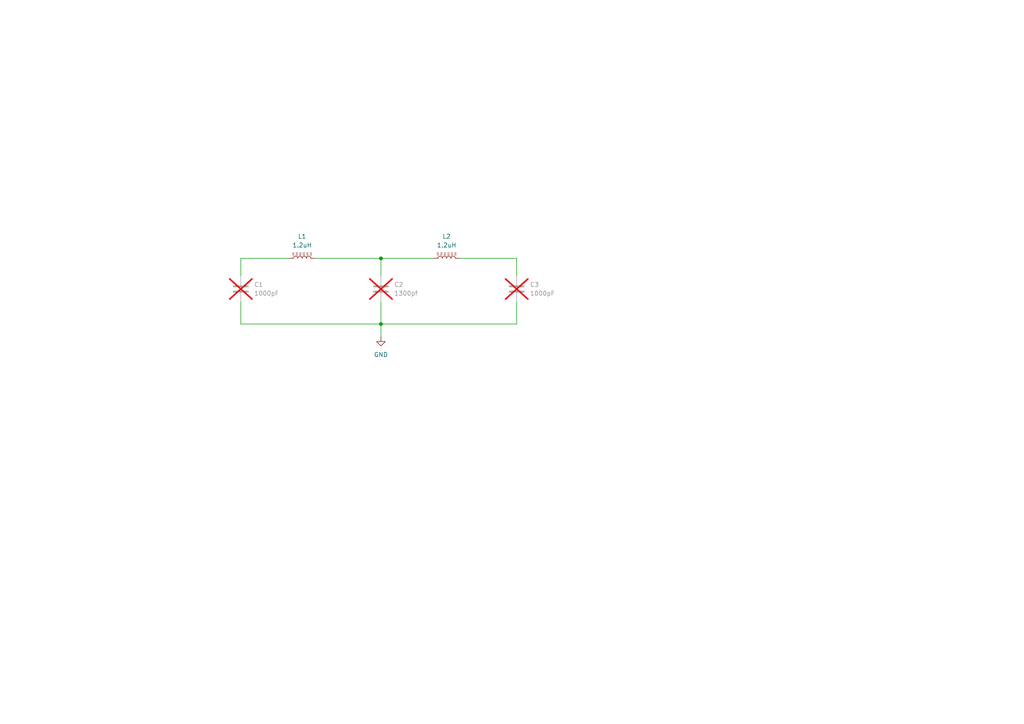
<source format=kicad_sch>
(kicad_sch (version 20231120) (generator "eeschema") (generator_version "8.0")
  (paper "A4")
  (lib_symbols
    (symbol "Device:C" (pin_numbers hide) (pin_names (offset 0.254))
      (property "Reference" "C" (at 0.635 2.54 0))
      (property "Value" "C" (at 0.635 -2.54 0))
      (symbol "C_0_1"
        (polyline (pts (xy -2.032 -0.762) (xy 2.032 -0.762)) (stroke (width 0.508)))
        (polyline (pts (xy -2.032 0.762) (xy 2.032 0.762)) (stroke (width 0.508)))
      )
      (symbol "C_1_1"
        (pin passive line (at 0 3.81 270) (length 2.794) (name "~") (number "1"))
        (pin passive line (at 0 -3.81 90) (length 2.794) (name "~") (number "2"))
      )
    )
    (symbol "Device:L_Ferrite" (pin_numbers hide) (pin_names (offset 1.016) hide)
      (property "Reference" "L" (at -1.27 0 90))
      (property "Value" "L_Ferrite" (at 2.794 0 90))
      (symbol "L_Ferrite_0_1"
        (arc (start 0 -2.54) (mid 0.6323 -1.905) (end 0 -1.27))
        (arc (start 0 -1.27) (mid 0.6323 -0.635) (end 0 0))
        (polyline (pts (xy 1.016 -2.794) (xy 1.016 -2.286)))
        (polyline (pts (xy 1.016 -1.778) (xy 1.016 -1.27)))
        (polyline (pts (xy 1.016 -0.762) (xy 1.016 -0.254)))
        (polyline (pts (xy 1.016 0.254) (xy 1.016 0.762)))
        (polyline (pts (xy 1.016 1.27) (xy 1.016 1.778)))
        (polyline (pts (xy 1.016 2.286) (xy 1.016 2.794)))
        (polyline (pts (xy 1.524 -2.286) (xy 1.524 -2.794)))
        (polyline (pts (xy 1.524 -1.27) (xy 1.524 -1.778)))
        (polyline (pts (xy 1.524 -0.254) (xy 1.524 -0.762)))
        (polyline (pts (xy 1.524 0.762) (xy 1.524 0.254)))
        (polyline (pts (xy 1.524 1.778) (xy 1.524 1.27)))
        (polyline (pts (xy 1.524 2.794) (xy 1.524 2.286)))
        (arc (start 0 0) (mid 0.6323 0.635) (end 0 1.27))
        (arc (start 0 1.27) (mid 0.6323 1.905) (end 0 2.54))
      )
      (symbol "L_Ferrite_1_1"
        (pin passive line (at 0 3.81 270) (length 1.27) (name "1") (number "1"))
        (pin passive line (at 0 -3.81 90) (length 1.27) (name "2") (number "2"))
      )
    )
    (symbol "power:GND" (power) (pin_numbers hide) (pin_names (offset 0) hide)
      (property "Value" "GND" (at 0 -3.81 0))
      (symbol "GND_0_1"
        (polyline (pts (xy 0 0) (xy 0 -1.27) (xy 1.27 -1.27) (xy 0 -2.54) (xy -1.27 -1.27) (xy 0 -1.27)))
      )
      (symbol "GND_1_1"
        (pin power_in line (at 0 0 270) (length 0) (name "~") (number "1"))
      )
    )
  )
  (junction (at 110.49 74.93))
  (junction (at 110.49 93.98))
  (wire (pts (xy 69.85 80.01) (xy 69.85 74.93)))
  (wire (pts (xy 110.49 74.93) (xy 125.73 74.93)))
  (wire (pts (xy 110.49 93.98) (xy 149.86 93.98)))
  (wire (pts (xy 133.35 74.93) (xy 149.86 74.93)))
  (wire (pts (xy 110.49 87.63) (xy 110.49 93.98)))
  (wire (pts (xy 69.85 87.63) (xy 69.85 93.98)))
  (wire (pts (xy 69.85 74.93) (xy 83.82 74.93)))
  (wire (pts (xy 69.85 93.98) (xy 110.49 93.98)))
  (wire (pts (xy 110.49 74.93) (xy 110.49 80.01)))
  (wire (pts (xy 91.44 74.93) (xy 110.49 74.93)))
  (wire (pts (xy 149.86 74.93) (xy 149.86 80.01)))
  (wire (pts (xy 110.49 97.79) (xy 110.49 93.98)))
  (wire (pts (xy 149.86 93.98) (xy 149.86 87.63)))
  (symbol (lib_id "Device:C") (at 69.85 83.82 0) (unit 1) (dnp yes)
    (property "Reference" "C1" (at 73.66 82.5499 0) (effects (justify left)))
    (property "Value" "1000pF" (at 73.66 85.0899 0) (effects (justify left)))
    (property "Footprint" "Capacitor_SMD:C_1210_3225Metric_Pad1.33x2.70mm_HandSolder" (effects (hide yes)))
    (property "Datasheet" "https://www.mouser.com/ProductDetail/KEMET/C1210C102FBGACTU?qs=7IaIRco65pmOXePfpTMHZw%3D%3D" (effects (hide yes)))
    (property "Description" "Multilayer Ceramic Capacitors MLCC - SMD/SMT 630V 1000pF C0G 1210 1%" (effects (hide yes)))
    (property "MPN" "C1210C102FBGACTU" (effects (hide yes)))
  )
  (symbol (lib_id "power:GND") (at 110.49 97.79 0) (unit 1)
    (property "Reference" "#PWR01" (effects (hide yes)))
    (property "Value" "GND" (at 110.49 102.87 0))
    (property "Description" "Power symbol creates a global label with name \"GND\" , ground" (effects (hide yes)))
  )
  (symbol (lib_id "Device:L_Ferrite") (at 129.54 74.93 90) (unit 1)
    (property "Reference" "L2" (at 129.54 68.58 90))
    (property "Value" "1.2uH" (at 129.54 71.12 90))
    (property "Footprint" "Inductor_THT:L_Toroid_Horizontal_D9.5mm_P15.00mm_Diameter10-5mm_Amidon-T37" (effects (hide yes)))
    (property "Description" "Inductor with ferrite core" (effects (hide yes)))
  )
  (symbol (lib_id "Device:C") (at 110.49 83.82 0) (unit 1) (dnp yes)
    (property "Reference" "C2" (at 114.3 82.5499 0) (effects (justify left)))
    (property "Value" "1300pf" (at 114.3 85.0899 0) (effects (justify left)))
    (property "Footprint" "Capacitor_SMD:C_1206_3216Metric_Pad1.33x1.80mm_HandSolder" (effects (hide yes)))
    (property "Datasheet" "https://www.mouser.com/ProductDetail/KEMET/C1206X132F3HACTU?qs=f9yNj16SXrJiyg9dJAJ0%252BA%3D%3D" (effects (hide yes)))
    (property "Description" "Multilayer Ceramic Capacitors MLCC - SMD/SMT 25V 1300pF X8R 1206 1% Flex Soft" (effects (hide yes)))
    (property "MPN" "C1206X132F3HACTU " (effects (hide yes)))
    (property "MFG" "Kemet" (effects (hide yes)))
  )
  (symbol (lib_id "Device:L_Ferrite") (at 87.63 74.93 90) (unit 1)
    (property "Reference" "L1" (at 87.63 68.58 90))
    (property "Value" "1.2uH" (at 87.63 71.12 90))
    (property "Footprint" "Inductor_THT:L_Toroid_Horizontal_D9.5mm_P15.00mm_Diameter10-5mm_Amidon-T37" (effects (hide yes)))
    (property "Description" "Inductor with ferrite core" (effects (hide yes)))
  )
  (symbol (lib_id "Device:C") (at 149.86 83.82 0) (unit 1) (dnp yes)
    (property "Reference" "C3" (at 153.67 82.5499 0) (effects (justify left)))
    (property "Value" "1000pF" (at 153.67 85.0899 0) (effects (justify left)))
    (property "Footprint" "Capacitor_SMD:C_1210_3225Metric_Pad1.33x2.70mm_HandSolder" (effects (hide yes)))
    (property "Datasheet" "https://www.mouser.com/ProductDetail/KEMET/C1210C102FBGACTU?qs=7IaIRco65pmOXePfpTMHZw%3D%3D" (effects (hide yes)))
    (property "Description" "Multilayer Ceramic Capacitors MLCC - SMD/SMT 630V 1000pF C0G 1210 1%" (effects (hide yes)))
    (property "MPN" "C1210C102FBGACTU" (effects (hide yes)))
  )
)
</source>
